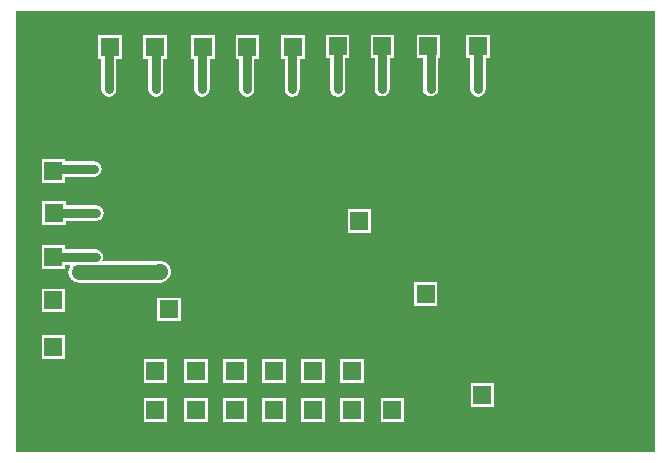
<source format=gbl>
G04*
G04 #@! TF.GenerationSoftware,Altium Limited,Altium Designer,21.1.0 (24)*
G04*
G04 Layer_Physical_Order=2*
G04 Layer_Color=16711680*
%FSLAX25Y25*%
%MOIN*%
G70*
G04*
G04 #@! TF.SameCoordinates,F511F5FD-4682-4DAA-AC6C-A49189F54C52*
G04*
G04*
G04 #@! TF.FilePolarity,Positive*
G04*
G01*
G75*
%ADD37C,0.05000*%
%ADD38C,0.03000*%
%ADD39R,0.05906X0.05906*%
%ADD40R,0.05906X0.05906*%
%ADD41C,0.01770*%
%ADD42C,0.05000*%
G36*
X213000Y147000D02*
Y-0D01*
X0Y0D01*
X-0Y0D01*
Y147000D01*
X213000D01*
X213000Y147000D01*
D02*
G37*
%LPC*%
G36*
X141453Y139132D02*
X133547D01*
Y131227D01*
X135644D01*
Y121075D01*
X135839Y120100D01*
X136391Y119273D01*
X137218Y118720D01*
X138194Y118526D01*
X139169Y118720D01*
X139996Y119273D01*
X140549Y120100D01*
X140743Y121075D01*
Y131227D01*
X141453D01*
Y139132D01*
D02*
G37*
G36*
X126099D02*
X118193D01*
Y131227D01*
X119597D01*
Y121041D01*
X119791Y120065D01*
X120344Y119238D01*
X121171Y118686D01*
X122146Y118492D01*
X123122Y118686D01*
X123949Y119238D01*
X124501Y120065D01*
X124695Y121041D01*
Y131227D01*
X126099D01*
Y139132D01*
D02*
G37*
G36*
X81120Y139001D02*
X73215D01*
Y131096D01*
X74359D01*
Y121017D01*
X74553Y120041D01*
X75105Y119214D01*
X75932Y118662D01*
X76908Y118468D01*
X77883Y118662D01*
X78710Y119214D01*
X79263Y120041D01*
X79457Y121017D01*
Y131096D01*
X81120D01*
Y139001D01*
D02*
G37*
G36*
X157953Y139132D02*
X150047D01*
Y131227D01*
X151451D01*
Y120984D01*
X151645Y120009D01*
X152198Y119182D01*
X153024Y118629D01*
X154000Y118435D01*
X154975Y118629D01*
X155802Y119182D01*
X156355Y120009D01*
X156549Y120984D01*
Y131227D01*
X157953D01*
Y139132D01*
D02*
G37*
G36*
X66287Y139049D02*
X58382D01*
Y131143D01*
X59451D01*
Y120984D01*
X59645Y120009D01*
X60198Y119182D01*
X61024Y118629D01*
X62000Y118435D01*
X62976Y118629D01*
X63802Y119182D01*
X64355Y120009D01*
X64549Y120984D01*
Y131143D01*
X66287D01*
Y139049D01*
D02*
G37*
G36*
X35260Y138953D02*
X27355D01*
Y131047D01*
X28384D01*
Y120984D01*
X28578Y120009D01*
X29130Y119182D01*
X29957Y118629D01*
X30933Y118435D01*
X31908Y118629D01*
X32735Y119182D01*
X33288Y120009D01*
X33482Y120984D01*
Y131047D01*
X35260D01*
Y138953D01*
D02*
G37*
G36*
X50352Y139049D02*
X42447D01*
Y131143D01*
X44016D01*
Y120964D01*
X44210Y119988D01*
X44762Y119161D01*
X45589Y118608D01*
X46565Y118414D01*
X47540Y118608D01*
X48367Y119161D01*
X48920Y119988D01*
X49114Y120964D01*
Y131143D01*
X50352D01*
Y139049D01*
D02*
G37*
G36*
X96266Y138953D02*
X88360D01*
Y131047D01*
X89524D01*
Y120939D01*
X89718Y119963D01*
X90270Y119137D01*
X91097Y118584D01*
X92073Y118390D01*
X93048Y118584D01*
X93875Y119137D01*
X94428Y119963D01*
X94621Y120939D01*
Y131047D01*
X96266D01*
Y138953D01*
D02*
G37*
G36*
X111169Y139132D02*
X103264D01*
Y131227D01*
X104667D01*
Y120914D01*
X104861Y119939D01*
X105414Y119112D01*
X106241Y118559D01*
X107217Y118365D01*
X108192Y118559D01*
X109019Y119112D01*
X109571Y119939D01*
X109766Y120914D01*
Y131227D01*
X111169D01*
Y139132D01*
D02*
G37*
G36*
X16458Y97594D02*
X8553D01*
Y89689D01*
X16458D01*
Y91814D01*
X25997D01*
X26973Y92009D01*
X27800Y92561D01*
X28352Y93388D01*
X28546Y94363D01*
X28352Y95339D01*
X27800Y96166D01*
X26973Y96718D01*
X25997Y96912D01*
X16458D01*
Y97594D01*
D02*
G37*
G36*
X16595Y83562D02*
X8689D01*
Y75656D01*
X16595D01*
Y77060D01*
X26704D01*
X27680Y77254D01*
X28507Y77807D01*
X29059Y78634D01*
X29254Y79609D01*
X29059Y80585D01*
X28507Y81411D01*
X27680Y81964D01*
X26704Y82158D01*
X16595D01*
Y83562D01*
D02*
G37*
G36*
X118453Y80953D02*
X110547D01*
Y73047D01*
X118453D01*
Y80953D01*
D02*
G37*
G36*
X16453Y68953D02*
X8547D01*
Y61047D01*
X16453D01*
Y62451D01*
X17824D01*
X17841Y62438D01*
X18085Y61951D01*
X18084Y61949D01*
X17943Y61765D01*
X17854Y61551D01*
X17739Y61351D01*
X17679Y61127D01*
X17590Y60914D01*
X17560Y60684D01*
X17500Y60461D01*
Y60229D01*
X17470Y60000D01*
X17500Y59771D01*
Y59539D01*
X17560Y59316D01*
X17590Y59086D01*
X17679Y58873D01*
X17739Y58649D01*
X17854Y58449D01*
X17943Y58235D01*
X18084Y58051D01*
X18199Y57851D01*
X18363Y57687D01*
X18504Y57504D01*
X18687Y57363D01*
X18851Y57199D01*
X19051Y57084D01*
X19235Y56943D01*
X19449Y56854D01*
X19649Y56739D01*
X19873Y56679D01*
X20086Y56590D01*
X20316Y56560D01*
X20539Y56500D01*
X20771D01*
X21000Y56470D01*
X48000D01*
X48914Y56590D01*
X49765Y56943D01*
X50301Y57354D01*
X50307Y57358D01*
X50313Y57363D01*
X50496Y57504D01*
X50655Y57662D01*
X50795Y57846D01*
X50959Y58009D01*
X51075Y58210D01*
X51216Y58393D01*
X51304Y58607D01*
X51420Y58807D01*
X51480Y59031D01*
X51568Y59245D01*
X51599Y59474D01*
X51658Y59698D01*
Y59929D01*
X51688Y60158D01*
X51658Y60388D01*
Y60619D01*
X51599Y60843D01*
X51568Y61072D01*
X51480Y61286D01*
X51420Y61509D01*
X51304Y61710D01*
X51216Y61923D01*
X51075Y62107D01*
X50959Y62307D01*
X50795Y62471D01*
X50655Y62655D01*
X50471Y62795D01*
X50307Y62959D01*
X50107Y63075D01*
X49923Y63216D01*
X49710Y63304D01*
X49509Y63420D01*
X49286Y63480D01*
X49072Y63568D01*
X48843Y63599D01*
X48619Y63658D01*
X48388D01*
X48158Y63689D01*
X47929Y63658D01*
X47698D01*
X47474Y63599D01*
X47245Y63568D01*
X47153Y63530D01*
X29071D01*
X28835Y63971D01*
X28871Y64025D01*
X29065Y65000D01*
X28871Y65975D01*
X28318Y66802D01*
X27491Y67355D01*
X26516Y67549D01*
X16453D01*
Y68953D01*
D02*
G37*
G36*
X140469Y56644D02*
X132563D01*
Y48738D01*
X140469D01*
Y56644D01*
D02*
G37*
G36*
X16453Y54453D02*
X8547D01*
Y46547D01*
X16453D01*
Y54453D01*
D02*
G37*
G36*
X54953Y51453D02*
X47047D01*
Y43547D01*
X54953D01*
Y51453D01*
D02*
G37*
G36*
X16453Y38953D02*
X8547D01*
Y31047D01*
X16453D01*
Y38953D01*
D02*
G37*
G36*
X115953Y30953D02*
X108047D01*
Y23047D01*
X115953D01*
Y30953D01*
D02*
G37*
G36*
X102953D02*
X95047D01*
Y23047D01*
X102953D01*
Y30953D01*
D02*
G37*
G36*
X89953D02*
X82047D01*
Y23047D01*
X89953D01*
Y30953D01*
D02*
G37*
G36*
X76953D02*
X69047D01*
Y23047D01*
X76953D01*
Y30953D01*
D02*
G37*
G36*
X63953D02*
X56047D01*
Y23047D01*
X63953D01*
Y30953D01*
D02*
G37*
G36*
X50453D02*
X42547D01*
Y23047D01*
X50453D01*
Y30953D01*
D02*
G37*
G36*
X159453Y22953D02*
X151547D01*
Y15047D01*
X159453D01*
Y22953D01*
D02*
G37*
G36*
X129453Y17953D02*
X121547D01*
Y10047D01*
X129453D01*
Y17953D01*
D02*
G37*
G36*
X115953D02*
X108047D01*
Y10047D01*
X115953D01*
Y17953D01*
D02*
G37*
G36*
X102953D02*
X95047D01*
Y10047D01*
X102953D01*
Y17953D01*
D02*
G37*
G36*
X89953D02*
X82047D01*
Y10047D01*
X89953D01*
Y17953D01*
D02*
G37*
G36*
X76953D02*
X69047D01*
Y10047D01*
X76953D01*
Y17953D01*
D02*
G37*
G36*
X63953D02*
X56047D01*
Y10047D01*
X63953D01*
Y17953D01*
D02*
G37*
G36*
X50453D02*
X42547D01*
Y10047D01*
X50453D01*
Y17953D01*
D02*
G37*
%LPD*%
D37*
X21000Y60000D02*
X48000D01*
X48158Y60158D01*
D38*
X12500Y65000D02*
X26516D01*
X12642Y79609D02*
X26704D01*
X13227Y94363D02*
X25997D01*
X12505Y93642D02*
X13227Y94363D01*
X154000Y120984D02*
Y135180D01*
X137500D02*
X138194Y134486D01*
Y121075D02*
Y134486D01*
X122146Y121041D02*
Y135180D01*
X107217Y120914D02*
Y135180D01*
X92073Y134760D02*
X92313Y135000D01*
X92073Y120939D02*
Y134760D01*
X76908Y134788D02*
X77167Y135048D01*
X76908Y121017D02*
Y134788D01*
X62000Y120984D02*
Y134761D01*
X62335Y135096D01*
X46565Y120964D02*
Y134931D01*
X46399Y135096D02*
X46565Y134931D01*
X30933Y120984D02*
Y134625D01*
X31308Y135000D01*
D39*
X125500Y14000D02*
D03*
X155500Y19000D02*
D03*
X112000Y14000D02*
D03*
Y27000D02*
D03*
X99000Y14000D02*
D03*
Y27000D02*
D03*
X86000Y14000D02*
D03*
Y27000D02*
D03*
X73000Y14000D02*
D03*
Y27000D02*
D03*
X46500D02*
D03*
X60000D02*
D03*
Y14000D02*
D03*
X46500D02*
D03*
X51000Y47500D02*
D03*
X154000Y135180D02*
D03*
X137500D02*
D03*
X122146D02*
D03*
X107217Y135180D02*
D03*
X92313Y135000D02*
D03*
X77167Y135048D02*
D03*
X62335Y135096D02*
D03*
X46399D02*
D03*
X31308Y135000D02*
D03*
X114500Y77000D02*
D03*
D40*
X12500Y35000D02*
D03*
Y50500D02*
D03*
X136516Y52691D02*
D03*
X12505Y93642D02*
D03*
X12500Y65000D02*
D03*
X12642Y79609D02*
D03*
D41*
X212000Y139500D02*
D03*
X209000Y133500D02*
D03*
X212000Y127500D02*
D03*
Y115500D02*
D03*
Y103500D02*
D03*
Y91500D02*
D03*
Y79500D02*
D03*
Y67500D02*
D03*
Y55500D02*
D03*
Y43500D02*
D03*
Y31500D02*
D03*
Y7500D02*
D03*
X209000Y1500D02*
D03*
X206000Y139500D02*
D03*
Y7500D02*
D03*
X203000Y1500D02*
D03*
X200000Y127500D02*
D03*
X197000Y121500D02*
D03*
X200000Y115500D02*
D03*
X197000Y109500D02*
D03*
Y73500D02*
D03*
X200000Y67500D02*
D03*
X197000Y61500D02*
D03*
X200000Y55500D02*
D03*
X197000Y37500D02*
D03*
X200000Y31500D02*
D03*
Y19500D02*
D03*
Y7500D02*
D03*
X197000Y1500D02*
D03*
X194000Y127500D02*
D03*
X191000Y121500D02*
D03*
X194000Y115500D02*
D03*
X191000Y109500D02*
D03*
Y73500D02*
D03*
X194000Y67500D02*
D03*
X191000Y61500D02*
D03*
X194000Y55500D02*
D03*
X191000Y37500D02*
D03*
X194000Y31500D02*
D03*
Y7500D02*
D03*
X191000Y1500D02*
D03*
X188000Y127500D02*
D03*
X185000Y121500D02*
D03*
X188000Y115500D02*
D03*
X185000Y109500D02*
D03*
Y73500D02*
D03*
X188000Y67500D02*
D03*
X185000Y61500D02*
D03*
X188000Y55500D02*
D03*
X185000Y37500D02*
D03*
X188000Y31500D02*
D03*
Y19500D02*
D03*
Y7500D02*
D03*
X185000Y1500D02*
D03*
X182000Y139500D02*
D03*
Y127500D02*
D03*
Y103500D02*
D03*
X179000Y97500D02*
D03*
X182000Y91500D02*
D03*
X179000Y85500D02*
D03*
X182000Y67500D02*
D03*
X179000Y49500D02*
D03*
X182000Y43500D02*
D03*
X179000Y37500D02*
D03*
X182000Y31500D02*
D03*
Y7500D02*
D03*
X179000Y1500D02*
D03*
X176000Y139500D02*
D03*
Y103500D02*
D03*
X173000Y97500D02*
D03*
X176000Y91500D02*
D03*
Y67500D02*
D03*
X173000Y49500D02*
D03*
X176000Y43500D02*
D03*
X173000Y37500D02*
D03*
X176000Y31500D02*
D03*
Y19500D02*
D03*
Y7500D02*
D03*
X173000Y1500D02*
D03*
X170000Y139500D02*
D03*
Y103500D02*
D03*
X167000Y97500D02*
D03*
Y61500D02*
D03*
Y49500D02*
D03*
X170000Y43500D02*
D03*
X167000Y37500D02*
D03*
X170000Y31500D02*
D03*
Y7500D02*
D03*
X167000Y1500D02*
D03*
X164000Y139500D02*
D03*
X161000Y133500D02*
D03*
Y121500D02*
D03*
X164000Y115500D02*
D03*
X161000Y97500D02*
D03*
X164000Y67500D02*
D03*
X161000Y61500D02*
D03*
X164000Y55500D02*
D03*
X161000Y49500D02*
D03*
X164000Y43500D02*
D03*
X161000Y37500D02*
D03*
X164000Y31500D02*
D03*
X161000Y13500D02*
D03*
X164000Y7500D02*
D03*
X161000Y1500D02*
D03*
X158000Y91500D02*
D03*
Y67500D02*
D03*
X155000Y61500D02*
D03*
X158000Y55500D02*
D03*
X155000Y49500D02*
D03*
X158000Y43500D02*
D03*
X155000Y37500D02*
D03*
X158000Y31500D02*
D03*
X155000Y25500D02*
D03*
Y13500D02*
D03*
X158000Y7500D02*
D03*
X155000Y1500D02*
D03*
X149000Y133500D02*
D03*
Y121500D02*
D03*
X152000Y103500D02*
D03*
X149000Y61500D02*
D03*
X152000Y55500D02*
D03*
X149000Y49500D02*
D03*
X152000Y43500D02*
D03*
X149000Y37500D02*
D03*
X152000Y31500D02*
D03*
X149000Y25500D02*
D03*
Y13500D02*
D03*
X152000Y7500D02*
D03*
X149000Y1500D02*
D03*
X146000Y139500D02*
D03*
X143000Y133500D02*
D03*
Y121500D02*
D03*
X146000Y115500D02*
D03*
X143000Y109500D02*
D03*
X146000Y79500D02*
D03*
X143000Y73500D02*
D03*
X146000Y67500D02*
D03*
X143000Y61500D02*
D03*
X146000Y55500D02*
D03*
X143000Y49500D02*
D03*
X146000Y43500D02*
D03*
X143000Y37500D02*
D03*
X146000Y31500D02*
D03*
X143000Y25500D02*
D03*
X146000Y19500D02*
D03*
X143000Y13500D02*
D03*
X146000Y7500D02*
D03*
X143000Y1500D02*
D03*
X140000Y67500D02*
D03*
X137000Y61500D02*
D03*
X140000Y43500D02*
D03*
X137000Y37500D02*
D03*
X140000Y31500D02*
D03*
X137000Y25500D02*
D03*
X140000Y19500D02*
D03*
X137000Y13500D02*
D03*
X140000Y7500D02*
D03*
X137000Y1500D02*
D03*
X131000Y133500D02*
D03*
Y121500D02*
D03*
X134000Y103500D02*
D03*
Y43500D02*
D03*
X131000Y37500D02*
D03*
X134000Y31500D02*
D03*
X131000Y25500D02*
D03*
X134000Y19500D02*
D03*
X131000Y13500D02*
D03*
X134000Y7500D02*
D03*
X131000Y1500D02*
D03*
X128000Y139500D02*
D03*
Y43500D02*
D03*
X125000Y37500D02*
D03*
X128000Y31500D02*
D03*
Y7500D02*
D03*
X125000Y1500D02*
D03*
X122000Y115500D02*
D03*
Y43500D02*
D03*
X119000Y37500D02*
D03*
X122000Y19500D02*
D03*
X119000Y13500D02*
D03*
X122000Y7500D02*
D03*
X119000Y1500D02*
D03*
X116000Y139500D02*
D03*
X113000Y133500D02*
D03*
Y121500D02*
D03*
Y109500D02*
D03*
X116000Y43500D02*
D03*
Y7500D02*
D03*
X113000Y1500D02*
D03*
X107000Y49500D02*
D03*
Y25500D02*
D03*
X110000Y19500D02*
D03*
X107000Y13500D02*
D03*
X110000Y7500D02*
D03*
X107000Y1500D02*
D03*
X101000Y133500D02*
D03*
Y121500D02*
D03*
Y109500D02*
D03*
Y49500D02*
D03*
X104000Y7500D02*
D03*
X101000Y1500D02*
D03*
X98000Y139500D02*
D03*
Y19500D02*
D03*
Y7500D02*
D03*
X95000Y1500D02*
D03*
X92000Y115500D02*
D03*
X89000Y73500D02*
D03*
X92000Y67500D02*
D03*
X89000Y61500D02*
D03*
X92000Y7500D02*
D03*
X89000Y1500D02*
D03*
X86000Y139500D02*
D03*
X83000Y133500D02*
D03*
Y121500D02*
D03*
Y109500D02*
D03*
X86000Y103500D02*
D03*
X83000Y97500D02*
D03*
Y73500D02*
D03*
X86000Y67500D02*
D03*
Y55500D02*
D03*
Y19500D02*
D03*
Y7500D02*
D03*
X83000Y1500D02*
D03*
X80000Y103500D02*
D03*
X77000Y73500D02*
D03*
X80000Y67500D02*
D03*
X77000Y61500D02*
D03*
X80000Y55500D02*
D03*
Y7500D02*
D03*
X77000Y1500D02*
D03*
X71000Y133500D02*
D03*
Y121500D02*
D03*
Y109500D02*
D03*
X74000Y67500D02*
D03*
Y19500D02*
D03*
Y7500D02*
D03*
X71000Y1500D02*
D03*
X68000Y139500D02*
D03*
Y103500D02*
D03*
X65000Y97500D02*
D03*
X68000Y31500D02*
D03*
Y19500D02*
D03*
X65000Y13500D02*
D03*
X68000Y7500D02*
D03*
X65000Y1500D02*
D03*
X62000Y115500D02*
D03*
X59000Y97500D02*
D03*
X62000Y19500D02*
D03*
Y7500D02*
D03*
X59000Y1500D02*
D03*
X56000Y139500D02*
D03*
X53000Y133500D02*
D03*
Y121500D02*
D03*
Y109500D02*
D03*
X56000Y103500D02*
D03*
Y19500D02*
D03*
X53000Y13500D02*
D03*
X56000Y7500D02*
D03*
X53000Y1500D02*
D03*
X50000Y103500D02*
D03*
X47000Y97500D02*
D03*
Y37500D02*
D03*
X50000Y7500D02*
D03*
X47000Y1500D02*
D03*
X41000Y133500D02*
D03*
Y121500D02*
D03*
Y109500D02*
D03*
X44000Y91500D02*
D03*
X41000Y85500D02*
D03*
X44000Y43500D02*
D03*
X41000Y25500D02*
D03*
X44000Y19500D02*
D03*
X41000Y13500D02*
D03*
X44000Y7500D02*
D03*
X41000Y1500D02*
D03*
X38000Y139500D02*
D03*
X35000Y121500D02*
D03*
X38000Y55500D02*
D03*
Y43500D02*
D03*
X35000Y25500D02*
D03*
X38000Y19500D02*
D03*
X35000Y13500D02*
D03*
X38000Y7500D02*
D03*
X35000Y1500D02*
D03*
X29000Y85500D02*
D03*
X32000Y79500D02*
D03*
X29000Y73500D02*
D03*
Y25500D02*
D03*
X32000Y19500D02*
D03*
X29000Y13500D02*
D03*
X32000Y7500D02*
D03*
X29000Y1500D02*
D03*
X26000Y139500D02*
D03*
X23000Y133500D02*
D03*
X26000Y103500D02*
D03*
Y55500D02*
D03*
Y43500D02*
D03*
Y31500D02*
D03*
X23000Y25500D02*
D03*
X26000Y19500D02*
D03*
X23000Y13500D02*
D03*
X26000Y7500D02*
D03*
X23000Y1500D02*
D03*
X20000Y139500D02*
D03*
X17000Y133500D02*
D03*
X20000Y55500D02*
D03*
Y43500D02*
D03*
Y31500D02*
D03*
X17000Y25500D02*
D03*
X20000Y19500D02*
D03*
X17000Y13500D02*
D03*
X20000Y7500D02*
D03*
X17000Y1500D02*
D03*
X14000Y139500D02*
D03*
X11000Y133500D02*
D03*
X14000Y127500D02*
D03*
X11000Y121500D02*
D03*
X14000Y115500D02*
D03*
X11000Y109500D02*
D03*
X14000Y103500D02*
D03*
X11000Y85500D02*
D03*
Y73500D02*
D03*
X14000Y55500D02*
D03*
Y43500D02*
D03*
X11000Y25500D02*
D03*
X14000Y19500D02*
D03*
X11000Y13500D02*
D03*
X14000Y7500D02*
D03*
X11000Y1500D02*
D03*
X8000Y139500D02*
D03*
X5000Y133500D02*
D03*
X8000Y127500D02*
D03*
X5000Y121500D02*
D03*
X8000Y115500D02*
D03*
X5000Y109500D02*
D03*
X8000Y103500D02*
D03*
X5000Y97500D02*
D03*
Y85500D02*
D03*
Y73500D02*
D03*
Y61500D02*
D03*
X8000Y55500D02*
D03*
X5000Y49500D02*
D03*
X8000Y43500D02*
D03*
X5000Y37500D02*
D03*
Y25500D02*
D03*
X8000Y19500D02*
D03*
X5000Y13500D02*
D03*
X8000Y7500D02*
D03*
X5000Y1500D02*
D03*
X41000Y74500D02*
D03*
X73000Y73000D02*
D03*
X53000Y78000D02*
D03*
X46500Y82000D02*
D03*
X48500Y87500D02*
D03*
X55500Y90000D02*
D03*
X93500Y102000D02*
D03*
X104500Y102500D02*
D03*
X117500Y106000D02*
D03*
X131500Y102500D02*
D03*
X144000Y99500D02*
D03*
X160500Y95000D02*
D03*
X151500Y90000D02*
D03*
X140500Y90500D02*
D03*
X166000Y82500D02*
D03*
X105500Y64000D02*
D03*
X128500Y66000D02*
D03*
X96000Y97000D02*
D03*
X72500Y98500D02*
D03*
X69000Y92500D02*
D03*
X83500Y93500D02*
D03*
X69000Y78000D02*
D03*
X97500Y49000D02*
D03*
X68000Y44500D02*
D03*
Y50000D02*
D03*
X83000Y63000D02*
D03*
X73000Y53500D02*
D03*
X93000D02*
D03*
X92500Y73000D02*
D03*
X72000Y62500D02*
D03*
X26516Y65000D02*
D03*
X26704Y79609D02*
D03*
X25997Y94363D02*
D03*
X154000Y120984D02*
D03*
X138194Y121075D02*
D03*
X122146Y121041D02*
D03*
X107217Y120914D02*
D03*
X92073Y120939D02*
D03*
X76908Y121017D02*
D03*
X62000Y120984D02*
D03*
X46565Y120964D02*
D03*
X30933Y120984D02*
D03*
X110016Y51518D02*
D03*
X114516Y49211D02*
D03*
X106500Y79154D02*
D03*
X155000Y70500D02*
D03*
X150000D02*
D03*
X209500Y16500D02*
D03*
X206000D02*
D03*
X196500D02*
D03*
X193000D02*
D03*
X183500D02*
D03*
X180000D02*
D03*
X170000D02*
D03*
X166500D02*
D03*
X196500Y46500D02*
D03*
X188000D02*
D03*
X178000Y55500D02*
D03*
X172000D02*
D03*
X196500Y88500D02*
D03*
X189000D02*
D03*
X196500Y98500D02*
D03*
X189000D02*
D03*
X196500Y141000D02*
D03*
X189000D02*
D03*
X178500Y108000D02*
D03*
X171500D02*
D03*
X157740Y114016D02*
D03*
X155942Y109944D02*
D03*
X141934Y114107D02*
D03*
X139949Y109562D02*
D03*
X125886Y114072D02*
D03*
X123726Y109643D02*
D03*
X110957Y113946D02*
D03*
X108650Y109446D02*
D03*
X93986Y109470D02*
D03*
X95813Y113970D02*
D03*
X78841Y109548D02*
D03*
X80648Y114048D02*
D03*
X63673Y109500D02*
D03*
X65740Y114016D02*
D03*
X50305Y113995D02*
D03*
X48238Y109479D02*
D03*
X32981Y109500D02*
D03*
X34673Y114016D02*
D03*
X32966Y98104D02*
D03*
X37466Y96277D02*
D03*
X33673Y83349D02*
D03*
X38189Y81282D02*
D03*
X33484Y68740D02*
D03*
X38000Y66673D02*
D03*
X33484Y54240D02*
D03*
X38000Y52173D02*
D03*
X33321Y39119D02*
D03*
X38500Y36673D02*
D03*
X51425Y56000D02*
D03*
X56425Y65000D02*
D03*
D42*
X48158Y60158D02*
D03*
X21000Y60000D02*
D03*
M02*

</source>
